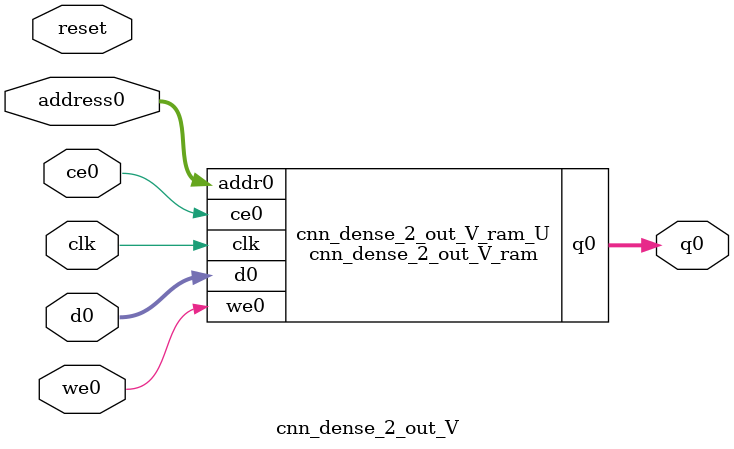
<source format=v>
`timescale 1 ns / 1 ps
module cnn_dense_2_out_V_ram (addr0, ce0, d0, we0, q0,  clk);

parameter DWIDTH = 15;
parameter AWIDTH = 5;
parameter MEM_SIZE = 30;

input[AWIDTH-1:0] addr0;
input ce0;
input[DWIDTH-1:0] d0;
input we0;
output reg[DWIDTH-1:0] q0;
input clk;

(* ram_style = "distributed" *)reg [DWIDTH-1:0] ram[0:MEM_SIZE-1];




always @(posedge clk)  
begin 
    if (ce0) 
    begin
        if (we0) 
        begin 
            ram[addr0] <= d0; 
        end 
        q0 <= ram[addr0];
    end
end


endmodule

`timescale 1 ns / 1 ps
module cnn_dense_2_out_V(
    reset,
    clk,
    address0,
    ce0,
    we0,
    d0,
    q0);

parameter DataWidth = 32'd15;
parameter AddressRange = 32'd30;
parameter AddressWidth = 32'd5;
input reset;
input clk;
input[AddressWidth - 1:0] address0;
input ce0;
input we0;
input[DataWidth - 1:0] d0;
output[DataWidth - 1:0] q0;



cnn_dense_2_out_V_ram cnn_dense_2_out_V_ram_U(
    .clk( clk ),
    .addr0( address0 ),
    .ce0( ce0 ),
    .we0( we0 ),
    .d0( d0 ),
    .q0( q0 ));

endmodule


</source>
